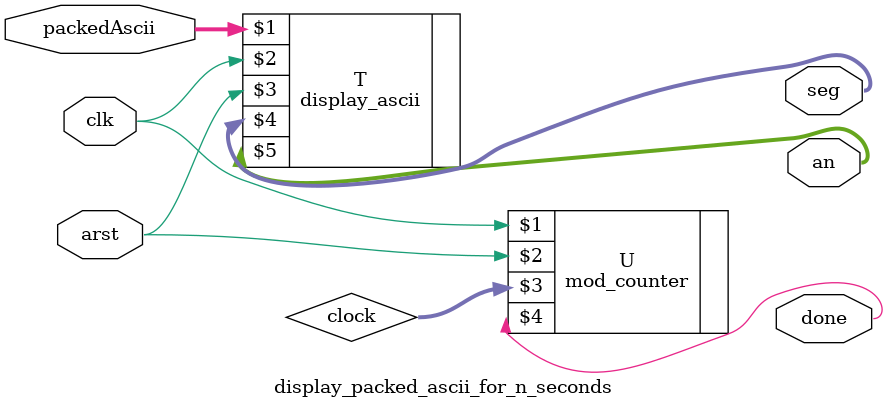
<source format=v>

module display_packed_hex_for_n_seconds(clk, arst, seg, an, packedHex, done);
    parameter NUM_SEC = 1;
    parameter C = 35; //27 for 1 sec
    parameter N = 7;
    parameter W = 4;
    parameter CRYSTAL = 100; // 100 MHZ
    parameter [C-1:0] STOPAT = (CRYSTAL * 1_000_000 * NUM_SEC)- 1;

    input clk, arst;
    input [15:0] packedHex;
    output [0:N-1] seg;
    output [W-1:0] an;
    output done;
    wire [C-1:0] clock;

    mod_counter #(C, STOPAT) U(clk, arst, clock, done);
    display_hex #(C)T(packedHex, clk, arst, seg, an);
endmodule

// This module displays a 4-digit ASCII string, and toggles "done" after
// NUM_SEC seconds.
module display_packed_ascii_for_n_seconds(clk, arst, seg, an, packedAscii, done);
    parameter NUM_SEC = 1;
    parameter C = 35; //27 for 1 sec
    parameter CRYSTAL = 100; // 100 MHZ
    parameter [C-1:0] CYCLE_LIMIT = (CRYSTAL * 1_000_000 * NUM_SEC)- 1;
    parameter NUM_DIGITS = 4;
    parameter ABITS = 8;    // ABITS means "number of bits per ASCII digit"
    parameter BUF_BITS = NUM_DIGITS * ABITS;

    input clk, arst;
    input [BUF_BITS-1:0] packedAscii;
    output [0:7-1] seg;
    output [4-1:0] an;
    output done;
    wire [C-1:0] clock;

    mod_counter #(C, CYCLE_LIMIT) U(clk, arst, clock, done);
    display_ascii #(C) T(packedAscii, clk, arst, seg, an);
endmodule


</source>
